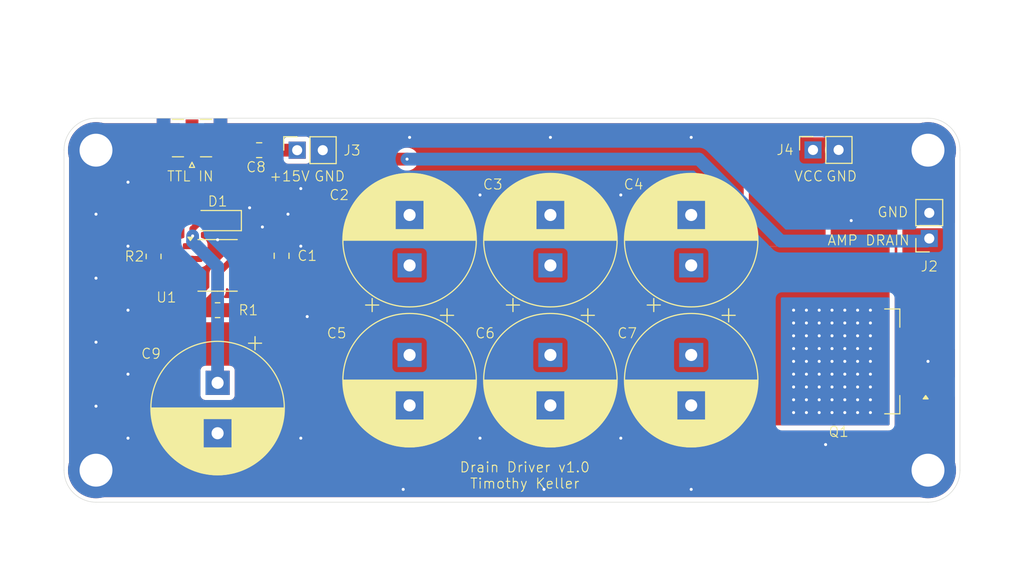
<source format=kicad_pcb>
(kicad_pcb (version 20240108) (generator "pcbnew") (generator_version "8.0")
  (title_block (title "Drain Driver") (date "2024-06-19") (rev "v1.0") (company "openEPR") (comment 1 "Timothy Keller"))
  (layers (0 "F.Cu" signal) (31 "B.Cu" signal) (34 "B.Paste" user) (35 "F.Paste" user) (36 "B.SilkS" user "B.Silkscreen") (37 "F.SilkS" user "F.Silkscreen") (38 "B.Mask" user) (39 "F.Mask" user) (44 "Edge.Cuts" user))
  (net 0 "")
  (net 1 "AMP_DRAIN")
  (net 2 "Net-(D1-K)")
  (net 3 "VCC")
  (net 4 "GND")
  (net 5 "+15V")
  (net 6 "Net-(J1-In)")
  (net 7 "Net-(Q1-G)")
  (net 8 "Net-(U1-HO)")
  (footprint "Capacitor_THT:CP_Radial_D13.0mm_P5.00mm" (layer "F.Cu") (at 99.06 48.895 -90)
    (property "Reference" "C6" (at -2.159001 6.477 180) (layer "F.SilkS") (effects (font (thickness 0.1))))
    (property "Value" "100uF")
    (pad "1" thru_hole rect (at 0 0 270) (size 2.4 2.4) (drill 1.2) (layers "*.Cu" "*.Mask") (net 3 "VCC"))
    (pad "2" thru_hole circle (at 5 0 270) (size 2.4 2.4) (drill 1.2) (layers "*.Cu" "*.Mask") (net 4 "GND"))
  )
  (footprint "Capacitor_THT:CP_Radial_D13.0mm_P5.00mm" (layer "F.Cu") (at 66.04 51.659785 -90)
    (property "Reference" "C9" (at -2.891785 6.604 180) (layer "F.SilkS") (effects (font (thickness 0.1))))
    (property "Value" "100uF")
    (pad "1" thru_hole rect (at 0 0 270) (size 2.4 2.4) (drill 1.2) (layers "*.Cu" "*.Mask") (net 5 "+15V"))
    (pad "2" thru_hole circle (at 5 0 270) (size 2.4 2.4) (drill 1.2) (layers "*.Cu" "*.Mask") (net 4 "GND"))
  )
  (footprint "Capacitor_SMD:C_0805_2012Metric" (layer "F.Cu") (at 70.165 28.575 180)
    (property "Reference" "C8" (at 0.315 -1.68 180) (layer "F.SilkS") (effects (font (thickness 0.1))))
    (property "Value" "100nF")
    (pad "1" smd roundrect (at -0.95 0 180) (size 1 1.45) (layers "F.Cu" "F.Paste" "F.Mask") (net 5 "+15V"))
    (pad "2" smd roundrect (at 0.95 0 180) (size 1 1.45) (layers "F.Cu" "F.Paste" "F.Mask") (net 4 "GND"))
  )
  (footprint "Capacitor_SMD:C_0805_2012Metric" (layer "F.Cu") (at 72.39 39.055 -90)
    (property "Reference" "C1" (at -0.000001 -2.54 180) (layer "F.SilkS") (effects (font (thickness 0.1))))
    (property "Value" "100nF")
    (pad "1" smd roundrect (at -0.95 0 270) (size 1 1.45) (layers "F.Cu" "F.Paste" "F.Mask") (net 2 "Net-(D1-K)"))
    (pad "2" smd roundrect (at 0.95 0 270) (size 1 1.45) (layers "F.Cu" "F.Paste" "F.Mask") (net 1 "AMP_DRAIN"))
  )
  (footprint "Capacitor_THT:CP_Radial_D13.0mm_P5.00mm" (layer "F.Cu") (at 85.09 48.895 -90)
    (property "Reference" "C5" (at -2.159 7.239 180) (layer "F.SilkS") (effects (font (thickness 0.1))))
    (property "Value" "100uF")
    (pad "1" thru_hole rect (at 0 0 270) (size 2.4 2.4) (drill 1.2) (layers "*.Cu" "*.Mask") (net 3 "VCC"))
    (pad "2" thru_hole circle (at 5 0 270) (size 2.4 2.4) (drill 1.2) (layers "*.Cu" "*.Mask") (net 4 "GND"))
  )
  (footprint "Connector_PinSocket_2.54mm:PinSocket_1x02_P2.54mm_Vertical" (layer "F.Cu") (at 136.652 37.338 180)
    (property "Reference" "J2" (at 0 -2.77 180) (layer "F.SilkS") (effects (font (thickness 0.1))))
    (property "Value" "Conn_01x02_Socket" (hide yes))
    (pad "1" thru_hole rect (at 0 0 180) (size 1.7 1.7) (drill 1) (layers "*.Cu" "*.Mask") (net 1 "AMP_DRAIN"))
    (pad "2" thru_hole oval (at 0 2.54 180) (size 1.7 1.7) (drill 1) (layers "*.Cu" "*.Mask") (net 4 "GND"))
  )
  (footprint "Package_SO:SOIC-8_3.9x4.9mm_P1.27mm" (layer "F.Cu") (at 66.04 40.005)
    (property "Reference" "U1" (at -5.08 3.175 0) (layer "F.SilkS") (effects (font (thickness 0.1))))
    (property "Value" "IRS2005S")
    (pad "1" smd roundrect (at -2.475 -1.905) (size 1.95 0.6) (layers "F.Cu" "F.Paste" "F.Mask") (net 5 "+15V"))
    (pad "2" smd roundrect (at -2.475 -0.635) (size 1.95 0.6) (layers "F.Cu" "F.Paste" "F.Mask") (net 6 "Net-(J1-In)"))
    (pad "3" smd roundrect (at -2.475 0.635) (size 1.95 0.6) (layers "F.Cu" "F.Paste" "F.Mask") (net 4 "GND"))
    (pad "4" smd roundrect (at -2.475 1.905) (size 1.95 0.6) (layers "F.Cu" "F.Paste" "F.Mask") (net 4 "GND"))
    (pad "5" smd roundrect (at 2.475 1.905) (size 1.95 0.6) (layers "F.Cu" "F.Paste" "F.Mask"))
    (pad "6" smd roundrect (at 2.475 0.635) (size 1.95 0.6) (layers "F.Cu" "F.Paste" "F.Mask") (net 1 "AMP_DRAIN"))
    (pad "7" smd roundrect (at 2.475 -0.635) (size 1.95 0.6) (layers "F.Cu" "F.Paste" "F.Mask") (net 8 "Net-(U1-HO)"))
    (pad "8" smd roundrect (at 2.475 -1.905) (size 1.95 0.6) (layers "F.Cu" "F.Paste" "F.Mask") (net 2 "Net-(D1-K)"))
  )
  (footprint "_tim-Mounting-Holes:4-40_Hole_Pad" (layer "F.Cu") (at 53.975 60.325)
    (property "Reference" "H4" (hide yes))
    (property "Value" "4-40")
    (pad "1" thru_hole circle (at 0 0) (size 5.5626 5.5626) (drill 3.2639) (layers "*.Cu" "*.Mask") (net 4 "GND"))
  )
  (footprint "Capacitor_THT:CP_Radial_D13.0mm_P5.00mm" (layer "F.Cu") (at 99.06 40.005 90)
    (property "Reference" "C3" (at 8.030216 -5.715 0) (layer "F.SilkS") (effects (font (thickness 0.1))))
    (property "Value" "100uF")
    (pad "1" thru_hole rect (at 0 0 90) (size 2.4 2.4) (drill 1.2) (layers "*.Cu" "*.Mask") (net 3 "VCC"))
    (pad "2" thru_hole circle (at 5 0 90) (size 2.4 2.4) (drill 1.2) (layers "*.Cu" "*.Mask") (net 4 "GND"))
  )
  (footprint "_tim-Mounting-Holes:4-40_Hole_Pad" (layer "F.Cu") (at 136.525 60.325)
    (property "Reference" "H3" (hide yes))
    (property "Value" "4-40")
    (pad "1" thru_hole circle (at 0 0) (size 5.5626 5.5626) (drill 3.2639) (layers "*.Cu" "*.Mask") (net 4 "GND"))
  )
  (footprint "Connector_PinSocket_2.54mm:PinSocket_1x02_P2.54mm_Vertical" (layer "F.Cu") (at 125.115 28.55 90)
    (property "Reference" "J4" (at 0 -2.77 0) (layer "F.SilkS") (effects (font (thickness 0.1))))
    (property "Value" "Conn_01x02_Socket" (hide yes))
    (pad "1" thru_hole rect (at 0 0 90) (size 1.7 1.7) (drill 1) (layers "*.Cu" "*.Mask") (net 3 "VCC"))
    (pad "2" thru_hole oval (at 0 2.54 90) (size 1.7 1.7) (drill 1) (layers "*.Cu" "*.Mask") (net 4 "GND"))
  )
  (footprint "Diode_SMD:D_SOD-123" (layer "F.Cu") (at 66.04 35.56 180)
    (property "Reference" "D1" (at 0 1.905 180) (layer "F.SilkS") (effects (font (thickness 0.1))))
    (property "Value" "1N5819HW-7-F")
    (pad "1" smd roundrect (at -1.65 0 180) (size 0.9 1.2) (layers "F.Cu" "F.Paste" "F.Mask") (net 2 "Net-(D1-K)"))
    (pad "2" smd roundrect (at 1.65 0 180) (size 0.9 1.2) (layers "F.Cu" "F.Paste" "F.Mask") (net 5 "+15V"))
  )
  (footprint "Capacitor_THT:CP_Radial_D13.0mm_P5.00mm" (layer "F.Cu") (at 113.03 48.895001 -90)
    (property "Reference" "C7" (at -2.159001 6.35 180) (layer "F.SilkS") (effects (font (thickness 0.1))))
    (property "Value" "100uF")
    (pad "1" thru_hole rect (at 0 0 270) (size 2.4 2.4) (drill 1.2) (layers "*.Cu" "*.Mask") (net 3 "VCC"))
    (pad "2" thru_hole circle (at 5 0 270) (size 2.4 2.4) (drill 1.2) (layers "*.Cu" "*.Mask") (net 4 "GND"))
  )
  (footprint "Connector_PinSocket_2.54mm:PinSocket_1x02_P2.54mm_Vertical" (layer "F.Cu") (at 73.934 28.575 90)
    (property "Reference" "J3" (at -0.025 5.441 0) (layer "F.SilkS") (effects (font (thickness 0.1))))
    (property "Value" "Conn_01x02_Socket" (hide yes))
    (pad "1" thru_hole rect (at 0 0 90) (size 1.7 1.7) (drill 1) (layers "*.Cu" "*.Mask") (net 5 "+15V"))
    (pad "2" thru_hole oval (at 0 2.54 90) (size 1.7 1.7) (drill 1) (layers "*.Cu" "*.Mask") (net 4 "GND"))
  )
  (footprint "Resistor_SMD:R_0805_2012Metric" (layer "F.Cu") (at 66.04 44.45)
    (property "Reference" "R1" (at 3.048 0 0) (layer "F.SilkS") (effects (font (thickness 0.1))))
    (property "Value" "33")
    (pad "1" smd roundrect (at -0.9125 0) (size 1.025 1.4) (layers "F.Cu" "F.Paste" "F.Mask") (roundrect_rratio 0.243902) (net 8 "Net-(U1-HO)"))
    (pad "2" smd roundrect (at 0.9125 0) (size 1.025 1.4) (layers "F.Cu" "F.Paste" "F.Mask") (roundrect_rratio 0.243902) (net 7 "Net-(Q1-G)"))
  )
  (footprint "Capacitor_THT:CP_Radial_D13.0mm_P5.00mm" (layer "F.Cu") (at 85.09 40.005 90)
    (property "Reference" "C2" (at 6.985 -6.985 0) (layer "F.SilkS") (effects (font (thickness 0.1))))
    (property "Value" "100uF")
    (pad "1" thru_hole rect (at 0 0 90) (size 2.4 2.4) (drill 1.2) (layers "*.Cu" "*.Mask") (net 3 "VCC"))
    (pad "2" thru_hole circle (at 5 0 90) (size 2.4 2.4) (drill 1.2) (layers "*.Cu" "*.Mask") (net 4 "GND"))
  )
  (footprint "Package_TO_SOT_SMD:TO-263-2" (layer "F.Cu") (at 128.905 49.53 180)
    (property "Reference" "Q1" (at 1.24 -6.985 180) (layer "F.SilkS") (effects (font (thickness 0.1))))
    (property "Value" "IRFS4321")
    (pad "1" smd roundrect (at -7.65 -2.54 180) (size 4.6 1.1) (layers "F.Cu" "F.Paste" "F.Mask") (roundrect_rratio 0.227273) (net 7 "Net-(Q1-G)"))
    (pad "2" smd roundrect (at -0.925 -2.775 180) (size 4.55 5.25) (layers "F.Cu" "F.Paste") (roundrect_rratio 0.054945) (net 3 "VCC"))
    (pad "2" smd roundrect (at -0.925 2.775 180) (size 4.55 5.25) (layers "F.Cu" "F.Paste") (roundrect_rratio 0.054945) (net 3 "VCC"))
    (pad "2" smd roundrect (at 1.5 0 180) (size 9.4 10.8) (layers "F.Cu" "F.Mask") (roundrect_rratio 0.026596) (net 3 "VCC"))
    (pad "2" smd roundrect (at 3.925 -2.775 180) (size 4.55 5.25) (layers "F.Cu" "F.Paste") (roundrect_rratio 0.054945) (net 3 "VCC"))
    (pad "2" smd roundrect (at 3.925 2.775 180) (size 4.55 5.25) (layers "F.Cu" "F.Paste") (roundrect_rratio 0.054945) (net 3 "VCC"))
    (pad "3" smd roundrect (at -7.65 2.54 180) (size 4.6 1.1) (layers "F.Cu" "F.Paste" "F.Mask") (roundrect_rratio 0.227273) (net 1 "AMP_DRAIN"))
  )
  (footprint "Connector_Coaxial:SMA_Samtec_SMA-J-P-X-ST-EM1_EdgeMount" (layer "F.Cu") (at 63.5 27.5225 180)
    (property "Reference" "J1" (hide yes))
    (property "Value" "Conn_Coaxial")
    (pad "1" smd rect (at 0 0.2 180) (size 1.27 3.6) (layers "F.Cu" "F.Paste" "F.Mask") (net 6 "Net-(J1-In)"))
    (pad "2" smd rect (at -2.825 0 180) (size 1.35 4.2) (layers "F.Cu" "F.Paste" "F.Mask") (net 4 "GND"))
    (pad "2" smd rect (at -2.825 0 180) (size 1.35 4.2) (layers "B.Cu" "B.Paste" "B.Mask") (net 4 "GND"))
    (pad "2" smd rect (at 2.825 0 180) (size 1.35 4.2) (layers "F.Cu" "F.Paste" "F.Mask") (net 4 "GND"))
    (pad "2" smd rect (at 2.825 0 180) (size 1.35 4.2) (layers "B.Cu" "B.Paste" "B.Mask") (net 4 "GND"))
  )
  (footprint "Capacitor_THT:CP_Radial_D13.0mm_P5.00mm" (layer "F.Cu") (at 113.03 40.005 90)
    (property "Reference" "C4" (at 8.030216 -5.715 0) (layer "F.SilkS") (effects (font (thickness 0.1))))
    (property "Value" "100uF")
    (pad "1" thru_hole rect (at 0 0 90) (size 2.4 2.4) (drill 1.2) (layers "*.Cu" "*.Mask") (net 3 "VCC"))
    (pad "2" thru_hole circle (at 5 0 90) (size 2.4 2.4) (drill 1.2) (layers "*.Cu" "*.Mask") (net 4 "GND"))
  )
  (footprint "_tim-Mounting-Holes:4-40_Hole_Pad" (layer "F.Cu") (at 136.525 28.575)
    (property "Reference" "H1" (hide yes))
    (property "Value" "4-40")
    (pad "1" thru_hole circle (at 0 0) (size 5.5626 5.5626) (drill 3.2639) (layers "*.Cu" "*.Mask") (net 4 "GND"))
  )
  (footprint "_tim-Mounting-Holes:4-40_Hole_Pad" (layer "F.Cu") (at 53.975 28.575)
    (property "Reference" "H2" (hide yes))
    (property "Value" "4-40")
    (pad "1" thru_hole circle (at 0 0) (size 5.5626 5.5626) (drill 3.2639) (layers "*.Cu" "*.Mask") (net 4 "GND"))
  )
  (footprint "Resistor_SMD:R_0805_2012Metric" (layer "F.Cu") (at 59.69 39.116 -90)
    (property "Reference" "R2" (at 0 1.905 180) (layer "F.SilkS") (effects (font (thickness 0.1))))
    (property "Value" "10k")
    (pad "1" smd roundrect (at -0.9125 0 270) (size 1.025 1.4) (layers "F.Cu" "F.Paste" "F.Mask") (roundrect_rratio 0.243902) (net 6 "Net-(J1-In)"))
    (pad "2" smd roundrect (at 0.9125 0 270) (size 1.025 1.4) (layers "F.Cu" "F.Paste" "F.Mask") (roundrect_rratio 0.243902) (net 4 "GND"))
  )
  (gr_arc (start 53.975 63.5) (mid 51.729936 62.570064) (end 50.8 60.325) (stroke (width 0.05)) (layer "Edge.Cuts"))
  (gr_arc (start 136.525 25.4) (mid 138.770064 26.329936) (end 139.7 28.575) (stroke (width 0.05)) (layer "Edge.Cuts"))
  (gr_line (start 50.8 60.325) (end 50.8 28.575) (stroke (width 0.05)) (layer "Edge.Cuts"))
  (gr_arc (start 139.7 60.325) (mid 138.770064 62.570064) (end 136.525 63.5) (stroke (width 0.05)) (layer "Edge.Cuts"))
  (gr_line (start 139.7 28.575) (end 139.7 60.325) (stroke (width 0.05)) (layer "Edge.Cuts"))
  (gr_arc (start 50.8 28.575) (mid 51.729936 26.329936) (end 53.975 25.4) (stroke (width 0.05)) (layer "Edge.Cuts"))
  (gr_line (start 53.975 25.4) (end 136.525 25.4) (stroke (width 0.05)) (layer "Edge.Cuts"))
  (gr_line (start 136.525 63.5) (end 53.975 63.5) (stroke (width 0.05)) (layer "Edge.Cuts"))
  (gr_text "GND" (at 126.365 31.75 0) (layer "F.SilkS") (effects (font (size 1 1) (thickness 0.1)) (justify left bottom)))
  (gr_text "VCC" (at 123.19 31.75 0) (layer "F.SilkS") (effects (font (size 1 1) (thickness 0.1)) (justify left bottom)))
  (gr_text "TTL IN" (at 60.96 31.75 0) (layer "F.SilkS") (effects (font (size 1 1) (thickness 0.1)) (justify left bottom)))
  (gr_text "GND" (at 131.445 35.306 0) (layer "F.SilkS") (effects (font (size 1 1) (thickness 0.1)) (justify left bottom)))
  (gr_text "GND" (at 75.565 31.75 0) (layer "F.SilkS") (effects (font (size 1 1) (thickness 0.1)) (justify left bottom)))
  (gr_text "+15V" (at 71.12 31.75 0) (layer "F.SilkS") (effects (font (size 1 1) (thickness 0.1)) (justify left bottom)))
  (gr_text "${TITLE} ${REVISION}\n${COMMENT1}" (at 96.52 62.23 0) (layer "F.SilkS") (effects (font (size 1 1) (thickness 0.1)) (justify bottom)))
  (gr_text "AMP DRAIN" (at 126.492 38.1 0) (layer "F.SilkS") (effects (font (size 1 1) (thickness 0.1)) (justify left bottom)))
  (segment (start 136.555 37.435) (end 136.555 46.99) (width 1.27) (layer "F.Cu") (net 1))
  (segment (start 81.661 29.464) (end 76.2 34.925) (width 1.27) (layer "F.Cu") (net 1))
  (segment (start 71.755 40.64) (end 72.39 40.005) (width 0.635) (layer "F.Cu") (net 1))
  (segment (start 76.2 34.925) (end 76.2 38.735) (width 1.27) (layer "F.Cu") (net 1))
  (segment (start 68.515 40.64) (end 71.755 40.64) (width 0.635) (layer "F.Cu") (net 1))
  (segment (start 74.93 40.005) (end 72.39 40.005) (width 1.27) (layer "F.Cu") (net 1))
  (segment (start 84.836 29.464) (end 81.661 29.464) (width 1.27) (layer "F.Cu") (net 1))
  (segment (start 136.652 37.338) (end 136.555 37.435) (width 1.27) (layer "F.Cu") (net 1))
  (segment (start 76.2 38.735) (end 74.93 40.005) (width 1.27) (layer "F.Cu") (net 1))
  (via (at 84.836 29.464) (size 0.6) (drill 0.3) (layers "F.Cu" "B.Cu") (net 1))
  (segment (start 136.398 37.592) (end 121.92 37.592) (width 1.27) (layer "B.Cu") (net 1))
  (segment (start 121.92 37.592) (end 113.792 29.464) (width 1.27) (layer "B.Cu") (net 1))
  (segment (start 113.792 29.464) (end 84.836 29.464) (width 1.27) (layer "B.Cu") (net 1))
  (segment (start 136.652 37.338) (end 136.398 37.592) (width 1.27) (layer "B.Cu") (net 1))
  (segment (start 68.515 36.385) (end 67.69 35.56) (width 0.635) (layer "F.Cu") (net 2))
  (segment (start 68.515 38.1) (end 72.385 38.1) (width 0.635) (layer "F.Cu") (net 2))
  (segment (start 68.515 38.1) (end 68.515 36.385) (width 0.635) (layer "F.Cu") (net 2))
  (segment (start 72.385 38.1) (end 72.39 38.105) (width 0.635) (layer "F.Cu") (net 2))
  (segment (start 124.46 44.45) (end 125.73 45.72) (width 1.27) (layer "F.Cu") (net 3))
  (segment (start 125.115 45.105) (end 124.46 45.72) (width 1.27) (layer "F.Cu") (net 3))
  (segment (start 125.73 45.72) (end 125.115 45.105) (width 1.27) (layer "F.Cu") (net 3))
  (segment (start 125.115 47.24) (end 127.405 49.53) (width 1.27) (layer "F.Cu") (net 3))
  (segment (start 124.46 44.45) (end 124.46 44.45) (width 1.27) (layer "F.Cu") (net 3))
  (segment (start 125.115 28.55) (end 125.115 46.62) (width 1.27) (layer "F.Cu") (net 3))
  (segment (start 125.73 44.45) (end 124.46 44.45) (width 1.27) (layer "F.Cu") (net 3))
  (segment (start 125.115 46.62) (end 124.98 46.755) (width 1.27) (layer "F.Cu") (net 3))
  (segment (start 124.46 45.72) (end 125.115 47.24) (width 1.27) (layer "F.Cu") (net 3))
  (via (at 130.81 53.34) (size 0.6) (drill 0.3) (layers "F.Cu" "B.Cu") (net 3))
  (via (at 123.19 44.45) (size 0.6) (drill 0.3) (layers "F.Cu" "B.Cu") (net 3))
  (via (at 127 44.45) (size 0.6) (drill 0.3) (layers "F.Cu" "B.Cu") (net 3))
  (via (at 123.19 50.8) (size 0.6) (drill 0.3) (layers "F.Cu" "B.Cu") (net 3))
  (via (at 124.46 45.72) (size 0.6) (drill 0.3) (layers "F.Cu" "B.Cu") (net 3))
  (via (at 127 49.53) (size 0.6) (drill 0.3) (layers "F.Cu" "B.Cu") (net 3))
  (via (at 125.73 49.53) (size 0.6) (drill 0.3) (layers "F.Cu" "B.Cu") (net 3))
  (via (at 130.81 49.53) (size 0.6) (drill 0.3) (layers "F.Cu" "B.Cu") (net 3))
  (via (at 123.19 46.99) (size 0.6) (drill 0.3) (layers "F.Cu" "B.Cu") (net 3))
  (via (at 125.73 44.45) (size 0.6) (drill 0.3) (layers "F.Cu" "B.Cu") (net 3))
  (via (at 123.19 48.26) (size 0.6) (drill 0.3) (layers "F.Cu" "B.Cu") (net 3))
  (via (at 125.73 45.72) (size 0.6) (drill 0.3) (layers "F.Cu" "B.Cu") (net 3))
  (via (at 128.27 54.61) (size 0.6) (drill 0.3) (layers "F.Cu" "B.Cu") (net 3))
  (via (at 129.54 46.99) (size 0.6) (drill 0.3) (layers "F.Cu" "B.Cu") (net 3))
  (via (at 123.19 54.61) (size 0.6) (drill 0.3) (layers "F.Cu" "B.Cu") (net 3))
  (via (at 124.46 53.34) (size 0.6) (drill 0.3) (layers "F.Cu" "B.Cu") (net 3))
  (via (at 129.54 48.26) (size 0.6) (drill 0.3) (layers "F.Cu" "B.Cu") (net 3))
  (via (at 130.81 44.45) (size 0.6) (drill 0.3) (layers "F.Cu" "B.Cu") (net 3))
  (via (at 124.46 46.99) (size 0.6) (drill 0.3) (layers "F.Cu" "B.Cu") (net 3))
  (via (at 130.81 52.07) (size 0.6) (drill 0.3) (layers "F.Cu" "B.Cu") (net 3))
  (via (at 128.27 44.45) (size 0.6) (drill 0.3) (layers "F.Cu" "B.Cu") (net 3))
  (via (at 127 46.99) (size 0.6) (drill 0.3) (layers "F.Cu" "B.Cu") (net 3))
  (via (at 130.81 54.61) (size 0.6) (drill 0.3) (layers "F.Cu" "B.Cu") (net 3))
  (via (at 130.81 48.26) (size 0.6) (drill 0.3) (layers "F.Cu" "B.Cu") (net 3))
  (via (at 124.46 49.53) (size 0.6) (drill 0.3) (layers "F.Cu" "B.Cu") (net 3))
  (via (at 128.27 45.72) (size 0.6) (drill 0.3) (layers "F.Cu" "B.Cu") (net 3))
  (via (at 127 45.72) (size 0.6) (drill 0.3) (layers "F.Cu" "B.Cu") (net 3))
  (via (at 125.73 48.26) (size 0.6) (drill 0.3) (layers "F.Cu" "B.Cu") (net 3))
  (via (at 129.54 44.45) (size 0.6) (drill 0.3) (layers "F.Cu" "B.Cu") (net 3))
  (via (at 129.54 49.53) (size 0.6) (drill 0.3) (layers "F.Cu" "B.Cu") (net 3))
  (via (at 124.46 44.45) (size 0.6) (drill 0.3) (layers "F.Cu" "B.Cu") (net 3))
  (via (at 127 50.8) (size 0.6) (drill 0.3) (layers "F.Cu" "B.Cu") (net 3))
  (via (at 129.54 52.07) (size 0.6) (drill 0.3) (layers "F.Cu" "B.Cu") (net 3))
  (via (at 127 52.07) (size 0.6) (drill 0.3) (layers "F.Cu" "B.Cu") (net 3))
  (via (at 125.73 50.8) (size 0.6) (drill 0.3) (layers "F.Cu" "B.Cu") (net 3))
  (via (at 127 54.61) (size 0.6) (drill 0.3) (layers "F.Cu" "B.Cu") (net 3))
  (via (at 129.54 54.61) (size 0.6) (drill 0.3) (layers "F.Cu" "B.Cu") (net 3))
  (via (at 123.19 53.34) (size 0.6) (drill 0.3) (layers "F.Cu" "B.Cu") (net 3))
  (via (at 127 53.34) (size 0.6) (drill 0.3) (layers "F.Cu" "B.Cu") (net 3))
  (via (at 128.27 46.99) (size 0.6) (drill 0.3) (layers "F.Cu" "B.Cu") (net 3))
  (via (at 130.81 50.8) (size 0.6) (drill 0.3) (layers "F.Cu" "B.Cu") (net 3))
  (via (at 129.54 45.72) (size 0.6) (drill 0.3) (layers "F.Cu" "B.Cu") (net 3))
  (via (at 124.46 52.07) (size 0.6) (drill 0.3) (layers "F.Cu" "B.Cu") (net 3))
  (via (at 129.54 53.34) (size 0.6) (drill 0.3) (layers "F.Cu" "B.Cu") (net 3))
  (via (at 127 48.26) (size 0.6) (drill 0.3) (layers "F.Cu" "B.Cu") (net 3))
  (via (at 128.27 48.26) (size 0.6) (drill 0.3) (layers "F.Cu" "B.Cu") (net 3))
  (via (at 124.46 50.8) (size 0.6) (drill 0.3) (layers "F.Cu" "B.Cu") (net 3))
  (via (at 124.46 54.61) (size 0.6) (drill 0.3) (layers "F.Cu" "B.Cu") (net 3))
  (via (at 125.73 46.99) (size 0.6) (drill 0.3) (layers "F.Cu" "B.Cu") (net 3))
  (via (at 125.73 53.34) (size 0.6) (drill 0.3) (layers "F.Cu" "B.Cu") (net 3))
  (via (at 129.54 50.8) (size 0.6) (drill 0.3) (layers "F.Cu" "B.Cu") (net 3))
  (via (at 123.19 45.72) (size 0.6) (drill 0.3) (layers "F.Cu" "B.Cu") (net 3))
  (via (at 128.27 50.8) (size 0.6) (drill 0.3) (layers "F.Cu" "B.Cu") (net 3))
  (via (at 128.27 49.53) (size 0.6) (drill 0.3) (layers "F.Cu" "B.Cu") (net 3))
  (via (at 130.81 45.72) (size 0.6) (drill 0.3) (layers "F.Cu" "B.Cu") (net 3))
  (via (at 125.73 52.07) (size 0.6) (drill 0.3) (layers "F.Cu" "B.Cu") (net 3))
  (via (at 125.73 54.61) (size 0.6) (drill 0.3) (layers "F.Cu" "B.Cu") (net 3))
  (via (at 123.19 52.07) (size 0.6) (drill 0.3) (layers "F.Cu" "B.Cu") (net 3))
  (via (at 123.19 49.53) (size 0.6) (drill 0.3) (layers "F.Cu" "B.Cu") (net 3))
  (via (at 130.81 46.99) (size 0.6) (drill 0.3) (layers "F.Cu" "B.Cu") (net 3))
  (via (at 128.27 52.07) (size 0.6) (drill 0.3) (layers "F.Cu" "B.Cu") (net 3))
  (via (at 124.46 48.26) (size 0.6) (drill 0.3) (layers "F.Cu" "B.Cu") (net 3))
  (via (at 128.27 53.34) (size 0.6) (drill 0.3) (layers "F.Cu" "B.Cu") (net 3))
  (via (at 57.15 38.1) (size 0.6) (drill 0.3) (layers "F.Cu" "B.Cu") (net 4))
  (via (at 126.365 57.785) (size 0.6) (drill 0.3) (layers "F.Cu" "B.Cu") (net 4))
  (via (at 57.15 57.15) (size 0.6) (drill 0.3) (layers "F.Cu" "B.Cu") (net 4))
  (via (at 53.975 34.925) (size 0.6) (drill 0.3) (layers "F.Cu" "B.Cu") (net 4))
  (via (at 53.975 47.625) (size 0.6) (drill 0.3) (layers "F.Cu" "B.Cu") (net 4))
  (via (at 69.215 34.29) (size 0.6) (drill 0.3) (layers "F.Cu" "B.Cu") (net 4))
  (via (at 74.295 57.15) (size 0.6) (drill 0.3) (layers "F.Cu" "B.Cu") (net 4))
  (via (at 53.975 41.275) (size 0.6) (drill 0.3) (layers "F.Cu" "B.Cu") (net 4))
  (via (at 57.15 44.45) (size 0.6) (drill 0.3) (layers "F.Cu" "B.Cu") (net 4))
  (via (at 85.09 27.305) (size 0.6) (drill 0.3) (layers "F.Cu" "B.Cu") (net 4))
  (via (at 92.075 57.15) (size 0.6) (drill 0.3) (layers "F.Cu" "B.Cu") (net 4))
  (via (at 99.06 27.305) (size 0.6) (drill 0.3) (layers "F.Cu" "B.Cu") (net 4))
  (via (at 106.045 57.15) (size 0.6) (drill 0.3) (layers "F.Cu" "B.Cu") (net 4))
  (via (at 113.03 62.23) (size 0.6) (drill 0.3) (layers "F.Cu" "B.Cu") (net 4))
  (via (at 53.975 53.975) (size 0.6) (drill 0.3) (layers "F.Cu" "B.Cu") (net 4))
  (via (at 136.525 49.53) (size 0.6) (drill 0.3) (layers "F.Cu" "B.Cu") (net 4))
  (via (at 92.075 33.02) (size 0.6) (drill 0.3) (layers "F.Cu" "B.Cu") (net 4))
  (via (at 106.045 33.02) (size 0.6) (drill 0.3) (layers "F.Cu" "B.Cu") (net 4))
  (via (at 128.905 35.56) (size 0.6) (drill 0.3) (layers "F.Cu" "B.Cu") (net 4))
  (via (at 74.93 45.085) (size 0.6) (drill 0.3) (layers "F.Cu" "B.Cu") (net 4))
  (via (at 74.295 38.1) (size 0.6) (drill 0.3) (layers "F.Cu" "B.Cu") (net 4))
  (via (at 113.03 27.305) (size 0.6) (drill 0.3) (layers "F.Cu" "B.Cu") (net 4))
  (via (at 70.485 36.195) (size 0.6) (drill 0.3) (layers "F.Cu" "B.Cu") (net 4))
  (via (at 57.15 31.75) (size 0.6) (drill 0.3) (layers "F.Cu" "B.Cu") (net 4))
  (via (at 66.04 37.465) (size 0.6) (drill 0.3) (layers "F.Cu" "B.Cu") (net 4))
  (via (at 84.455 62.23) (size 0.6) (drill 0.3) (layers "F.Cu" "B.Cu") (net 4))
  (via (at 74.295 32.385) (size 0.6) (drill 0.3) (layers "F.Cu" "B.Cu") (net 4))
  (via (at 73.025 34.925) (size 0.6) (drill 0.3) (layers "F.Cu" "B.Cu") (net 4))
  (via (at 98.425 62.23) (size 0.6) (drill 0.3) (layers "F.Cu" "B.Cu") (net 4))
  (via (at 57.15 50.8) (size 0.6) (drill 0.3) (layers "F.Cu" "B.Cu") (net 4))
  (segment (start 71.14 31.095) (end 71.14 28.6) (width 1.27) (layer "F.Cu") (net 5))
  (segment (start 71.14 28.6) (end 71.115 28.575) (width 1.27) (layer "F.Cu") (net 5))
  (segment (start 64.39 35.56) (end 67.565 32.385) (width 1.27) (layer "F.Cu") (net 5))
  (segment (start 73.934 28.575) (end 71.115 28.575) (width 1.27) (layer "F.Cu") (net 5))
  (segment (start 69.85 32.385) (end 71.14 31.095) (width 1.27) (layer "F.Cu") (net 5))
  (segment (start 63.565 38.1) (end 63.565 36.385) (width 0.635) (layer "F.Cu") (net 5))
  (segment (start 63.565 36.385) (end 64.39 35.56) (width 0.635) (layer "F.Cu") (net 5))
  (segment (start 67.565 32.385) (end 69.85 32.385) (width 1.27) (layer "F.Cu") (net 5))
  (segment (start 63.565 37.084) (end 63.565 36.385) (width 0.635) (layer "F.Cu") (net 5))
  (via (at 63.565 37.084) (size 0.6) (drill 0.3) (layers "F.Cu" "B.Cu") (net 5))
  (segment (start 66.04 40.132) (end 66.04 51.659785) (width 1.27) (layer "B.Cu") (net 5))
  (segment (start 63.565 37.657) (end 66.04 40.132) (width 1.27) (layer "B.Cu") (net 5))
  (segment (start 63.565 37.084) (end 63.565 37.657) (width 1.27) (layer "B.Cu") (net 5))
  (segment (start 59.69 35.814) (end 59.69 38.2035) (width 0.635) (layer "F.Cu") (net 6))
  (segment (start 61.0635 38.2035) (end 59.69 38.2035) (width 0.635) (layer "F.Cu") (net 6))
  (segment (start 63.5 32.004) (end 59.69 35.814) (width 0.635) (layer "F.Cu") (net 6))
  (segment (start 63.565 39.37) (end 62.23 39.37) (width 0.635) (layer "F.Cu") (net 6))
  (segment (start 63.5 27.3225) (end 63.5 32.004) (width 0.635) (layer "F.Cu") (net 6))
  (segment (start 62.23 39.37) (end 61.0635 38.2035) (width 0.635) (layer "F.Cu") (net 6))
  (segment (start 67.31 44.45) (end 82.804 59.944) (width 0.635) (layer "F.Cu") (net 7))
  (segment (start 136.525 52.1) (end 136.555 52.07) (width 0.635) (layer "F.Cu") (net 7))
  (segment (start 130.556 59.944) (end 136.525 53.975) (width 0.635) (layer "F.Cu") (net 7))
  (segment (start 136.525 53.975) (end 136.525 52.1) (width 0.635) (layer "F.Cu") (net 7))
  (segment (start 66.9525 44.45) (end 67.31 44.45) (width 0.635) (layer "F.Cu") (net 7))
  (segment (start 82.804 59.944) (end 130.556 59.944) (width 0.635) (layer "F.Cu") (net 7))
  (segment (start 68.515 39.37) (end 67.540001 39.37) (width 0.635) (layer "F.Cu") (net 8))
  (segment (start 66.04 40.870001) (end 66.04 42.545) (width 0.635) (layer "F.Cu") (net 8))
  (segment (start 65.1275 43.4575) (end 65.1275 44.45) (width 0.635) (layer "F.Cu") (net 8))
  (segment (start 67.540001 39.37) (end 66.04 40.870001) (width 0.635) (layer "F.Cu") (net 8))
  (segment (start 66.04 42.545) (end 65.1275 43.4575) (width 0.635) (layer "F.Cu") (net 8))
  (zone (net 1) (net_name "AMP_DRAIN") (layer "F.Cu") (priority 2) (connect_pads yes (clearance 0.5)) (min_thickness 0.25) (fill yes (thermal_gap 0.5) (thermal_bridge_width 0.5))
    (polygon (pts (xy 133.985 36.322) (xy 139.065 36.322) (xy 139.065 47.752) (xy 133.985 47.752) (xy 133.985 41.148) (xy 133.985 41.148)))
  )
  (zone (net 3) (net_name "VCC") (layer "F.Cu") (priority 3) (connect_pads yes (clearance 0.5)) (min_thickness 0.25) (fill yes (thermal_gap 0.5) (thermal_bridge_width 0.5))
    (polygon (pts (xy 126.365 38.1) (xy 126.365 27.305) (xy 118.745 27.305) (xy 118.745 38.1)))
  )
  (zone (net 3) (net_name "VCC") (layer "F.Cu") (priority 1) (connect_pads yes (clearance 0.5)) (min_thickness 0.25) (fill yes (thermal_gap 0.5) (thermal_bridge_width 0.5))
    (polygon (pts (xy 132.715 38.1) (xy 132.715 43.18) (xy 132.715 43.18) (xy 132.715 55.88) (xy 120.65 55.88) (xy 120.65 50.8) (xy 78.74 50.8) (xy 78.74 38.1) (xy 120.65 38.1)))
  )
  (zone (net 4) (net_name "GND") (layers "F&B.Cu") (connect_pads yes (clearance 0.5)) (min_thickness 0.25) (fill yes (thermal_gap 0.5) (thermal_bridge_width 0.5))
    (polygon (pts (xy 44.45 19.05) (xy 146.05 19.05) (xy 146.05 69.85) (xy 44.45 69.85)))
  )
  (zone (net 3) (net_name "VCC") (layer "B.Cu") (priority 4) (connect_pads yes (clearance 0.5)) (min_thickness 0.25) (fill yes (thermal_gap 0.5) (thermal_bridge_width 0.5))
    (polygon (pts (xy 121.92 43.18) (xy 132.715 43.18) (xy 132.715 55.88) (xy 121.92 55.88)))
  )
)
</source>
